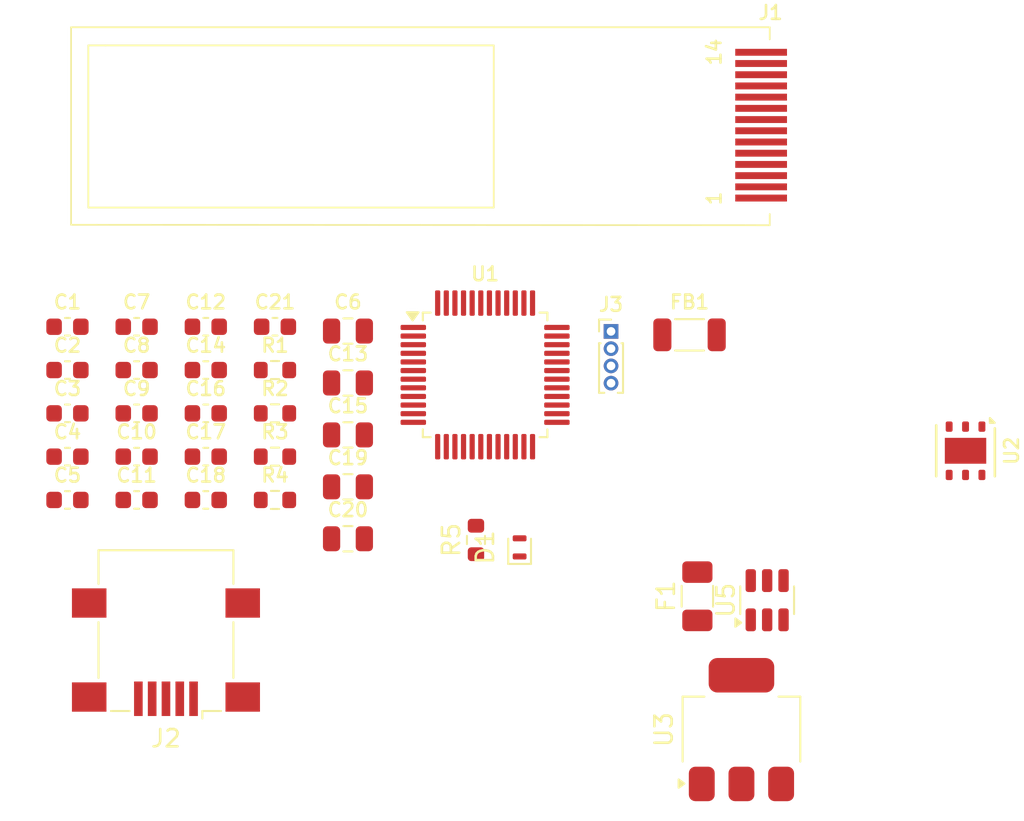
<source format=kicad_pcb>
(kicad_pcb (version 20240108) (generator "pcbnew") (generator_version "8.0")
  (layers (0 "F.Cu" signal) (31 "B.Cu" signal) (34 "B.Paste" user) (35 "F.Paste" user) (36 "B.SilkS" user "B.Silkscreen") (37 "F.SilkS" user "F.Silkscreen") (38 "B.Mask" user) (39 "F.Mask" user) (44 "Edge.Cuts" user))
  (net 0 "")
  (net 1 "+3.3V")
  (net 2 "GND")
  (net 3 "+3.3VA")
  (net 4 "/NRST")
  (net 5 "/OSC_IN")
  (net 6 "/OSC_OUT")
  (net 7 "/VCOMH")
  (net 8 "/C2N")
  (net 9 "/C2P")
  (net 10 "/C1P")
  (net 11 "/C1N")
  (net 12 "/I2C1_SCL")
  (net 13 "/IREF")
  (net 14 "/I2C1_SDA")
  (net 16 "/BOOT0")
  (net 23 "/SWDIO")
  (net 26 "Net-(D1-A2)")
  (net 31 "/USART1_RX")
  (net 35 "VBUS")
  (net 36 "/USART1_TX")
  (net 38 "/SWCLK")
  (net 54 "/USB_DP_IN")
  (net 58 "/USB_DM_IN")
  (net 59 "Net-(J2-D+)")
  (net 60 "/USB_DM")
  (net 61 "/USB_DP")
  (footprint "Package_QFP:LQFP-48_7x7mm_P0.5mm" (layer "F.Cu") (at 82.5 61.5)
    (property "Reference" "U1" (at 0 -5.85 0) (layer "F.SilkS") (effects (font (size 0.8 0.8))))
    (property "Value" "STM32F103C8T6")
    (fp_line (start -3.61 -3.61) (end -3.61 -3.16) (stroke (width 0.12)) (layer "F.SilkS"))
    (fp_line (start -3.61 3.61) (end -3.61 3.16) (stroke (width 0.12)) (layer "F.SilkS"))
    (fp_line (start -3.16 -3.61) (end -3.61 -3.61) (stroke (width 0.12)) (layer "F.SilkS"))
    (fp_line (start -3.16 3.61) (end -3.61 3.61) (stroke (width 0.12)) (layer "F.SilkS"))
    (fp_line (start 3.16 -3.61) (end 3.61 -3.61) (stroke (width 0.12)) (layer "F.SilkS"))
    (fp_line (start 3.16 3.61) (end 3.61 3.61) (stroke (width 0.12)) (layer "F.SilkS"))
    (fp_line (start 3.61 -3.61) (end 3.61 -3.16) (stroke (width 0.12)) (layer "F.SilkS"))
    (fp_line (start 3.61 3.61) (end 3.61 3.16) (stroke (width 0.12)) (layer "F.SilkS"))
    (fp_poly (pts (xy -4.2 -3.16) (xy -4.54 -3.63) (xy -3.86 -3.63) (xy -4.2 -3.16)) (stroke (width 0.12)) (fill solid) (layer "F.SilkS"))
    (pad "1" smd roundrect (at -4.1625 -2.75) (size 1.475 0.3) (layers "F.Cu" "F.Paste" "F.Mask") (net 1 "+3.3V"))
    (pad "2" smd roundrect (at -4.1625 -2.25) (size 1.475 0.3) (layers "F.Cu" "F.Paste" "F.Mask"))
    (pad "3" smd roundrect (at -4.1625 -1.75) (size 1.475 0.3) (layers "F.Cu" "F.Paste" "F.Mask"))
    (pad "4" smd roundrect (at -4.1625 -1.249999) (size 1.475 0.3) (layers "F.Cu" "F.Paste" "F.Mask"))
    (pad "5" smd roundrect (at -4.1625 -0.75) (size 1.475 0.3) (layers "F.Cu" "F.Paste" "F.Mask") (net 5 "/OSC_IN"))
    (pad "6" smd roundrect (at -4.1625 -0.25) (size 1.475 0.3) (layers "F.Cu" "F.Paste" "F.Mask") (net 6 "/OSC_OUT"))
    (pad "7" smd roundrect (at -4.1625 0.25) (size 1.475 0.3) (layers "F.Cu" "F.Paste" "F.Mask") (net 4 "/NRST"))
    (pad "8" smd roundrect (at -4.1625 0.75) (size 1.475 0.3) (layers "F.Cu" "F.Paste" "F.Mask") (net 2 "GND"))
    (pad "9" smd roundrect (at -4.1625 1.249999) (size 1.475 0.3) (layers "F.Cu" "F.Paste" "F.Mask") (net 3 "+3.3VA"))
    (pad "10" smd roundrect (at -4.1625 1.75) (size 1.475 0.3) (layers "F.Cu" "F.Paste" "F.Mask"))
    (pad "11" smd roundrect (at -4.1625 2.25) (size 1.475 0.3) (layers "F.Cu" "F.Paste" "F.Mask"))
    (pad "12" smd roundrect (at -4.1625 2.75) (size 1.475 0.3) (layers "F.Cu" "F.Paste" "F.Mask"))
    (pad "13" smd roundrect (at -2.75 4.1625) (size 0.3 1.475) (layers "F.Cu" "F.Paste" "F.Mask"))
    (pad "14" smd roundrect (at -2.25 4.1625) (size 0.3 1.475) (layers "F.Cu" "F.Paste" "F.Mask"))
    (pad "15" smd roundrect (at -1.75 4.1625) (size 0.3 1.475) (layers "F.Cu" "F.Paste" "F.Mask"))
    (pad "16" smd roundrect (at -1.249999 4.1625) (size 0.3 1.475) (layers "F.Cu" "F.Paste" "F.Mask"))
    (pad "17" smd roundrect (at -0.75 4.1625) (size 0.3 1.475) (layers "F.Cu" "F.Paste" "F.Mask"))
    (pad "18" smd roundrect (at -0.25 4.1625) (size 0.3 1.475) (layers "F.Cu" "F.Paste" "F.Mask"))
    (pad "19" smd roundrect (at 0.25 4.1625) (size 0.3 1.475) (layers "F.Cu" "F.Paste" "F.Mask"))
    (pad "20" smd roundrect (at 0.75 4.1625) (size 0.3 1.475) (layers "F.Cu" "F.Paste" "F.Mask"))
    (pad "21" smd roundrect (at 1.249999 4.1625) (size 0.3 1.475) (layers "F.Cu" "F.Paste" "F.Mask"))
    (pad "22" smd roundrect (at 1.75 4.1625) (size 0.3 1.475) (layers "F.Cu" "F.Paste" "F.Mask"))
    (pad "23" smd roundrect (at 2.25 4.1625) (size 0.3 1.475) (layers "F.Cu" "F.Paste" "F.Mask") (net 2 "GND"))
    (pad "24" smd roundrect (at 2.75 4.1625) (size 0.3 1.475) (layers "F.Cu" "F.Paste" "F.Mask") (net 1 "+3.3V"))
    (pad "25" smd roundrect (at 4.1625 2.75) (size 1.475 0.3) (layers "F.Cu" "F.Paste" "F.Mask"))
    (pad "26" smd roundrect (at 4.1625 2.25) (size 1.475 0.3) (layers "F.Cu" "F.Paste" "F.Mask"))
    (pad "27" smd roundrect (at 4.1625 1.75) (size 1.475 0.3) (layers "F.Cu" "F.Paste" "F.Mask"))
    (pad "28" smd roundrect (at 4.1625 1.249999) (size 1.475 0.3) (layers "F.Cu" "F.Paste" "F.Mask"))
    (pad "29" smd roundrect (at 4.1625 0.75) (size 1.475 0.3) (layers "F.Cu" "F.Paste" "F.Mask"))
    (pad "30" smd roundrect (at 4.1625 0.25) (size 1.475 0.3) (layers "F.Cu" "F.Paste" "F.Mask") (net 36 "/USART1_TX"))
    (pad "31" smd roundrect (at 4.1625 -0.25) (size 1.475 0.3) (layers "F.Cu" "F.Paste" "F.Mask") (net 31 "/USART1_RX"))
    (pad "32" smd roundrect (at 4.1625 -0.75) (size 1.475 0.3) (layers "F.Cu" "F.Paste" "F.Mask") (net 60 "/USB_DM"))
    (pad "33" smd roundrect (at 4.1625 -1.249999) (size 1.475 0.3) (layers "F.Cu" "F.Paste" "F.Mask") (net 61 "/USB_DP"))
    (pad "34" smd roundrect (at 4.1625 -1.75) (size 1.475 0.3) (layers "F.Cu" "F.Paste" "F.Mask"))
    (pad "35" smd roundrect (at 4.1625 -2.25) (size 1.475 0.3) (layers "F.Cu" "F.Paste" "F.Mask") (net 2 "GND"))
    (pad "36" smd roundrect (at 4.1625 -2.75) (size 1.475 0.3) (layers "F.Cu" "F.Paste" "F.Mask") (net 1 "+3.3V"))
    (pad "37" smd roundrect (at 2.75 -4.1625) (size 0.3 1.475) (layers "F.Cu" "F.Paste" "F.Mask") (net 38 "/SWCLK"))
    (pad "38" smd roundrect (at 2.25 -4.1625) (size 0.3 1.475) (layers "F.Cu" "F.Paste" "F.Mask") (net 23 "/SWDIO"))
    (pad "39" smd roundrect (at 1.75 -4.1625) (size 0.3 1.475) (layers "F.Cu" "F.Paste" "F.Mask"))
    (pad "40" smd roundrect (at 1.249999 -4.1625) (size 0.3 1.475) (layers "F.Cu" "F.Paste" "F.Mask"))
    (pad "41" smd roundrect (at 0.75 -4.1625) (size 0.3 1.475) (layers "F.Cu" "F.Paste" "F.Mask"))
    (pad "42" smd roundrect (at 0.25 -4.1625) (size 0.3 1.475) (layers "F.Cu" "F.Paste" "F.Mask") (net 12 "/I2C1_SCL"))
    (pad "43" smd roundrect (at -0.25 -4.1625) (size 0.3 1.475) (layers "F.Cu" "F.Paste" "F.Mask") (net 14 "/I2C1_SDA"))
    (pad "44" smd roundrect (at -0.75 -4.1625) (size 0.3 1.475) (layers "F.Cu" "F.Paste" "F.Mask") (net 16 "/BOOT0"))
    (pad "45" smd roundrect (at -1.249999 -4.1625) (size 0.3 1.475) (layers "F.Cu" "F.Paste" "F.Mask"))
    (pad "46" smd roundrect (at -1.75 -4.1625) (size 0.3 1.475) (layers "F.Cu" "F.Paste" "F.Mask"))
    (pad "47" smd roundrect (at -2.25 -4.1625) (size 0.3 1.475) (layers "F.Cu" "F.Paste" "F.Mask") (net 2 "GND"))
    (pad "48" smd roundrect (at -2.75 -4.1625) (size 0.3 1.475) (layers "F.Cu" "F.Paste" "F.Mask") (net 1 "+3.3V"))
  )
  (footprint "Capacitor_SMD:C_0603_1608Metric" (layer "F.Cu") (at 66.31 61.22)
    (property "Reference" "C14" (at 0 -1.43 0) (layer "F.SilkS") (effects (font (size 0.8 0.8))))
    (property "Value" "100n/16V")
    (fp_line (start -0.14058 -0.51) (end 0.14058 -0.51) (stroke (width 0.12)) (layer "F.SilkS"))
    (fp_line (start -0.14058 0.51) (end 0.14058 0.51) (stroke (width 0.12)) (layer "F.SilkS"))
    (pad "1" smd roundrect (at -0.775 0) (size 0.9 0.95) (layers "F.Cu" "F.Paste" "F.Mask") (net 1 "+3.3V"))
    (pad "2" smd roundrect (at 0.775 0) (size 0.9 0.95) (layers "F.Cu" "F.Paste" "F.Mask") (net 2 "GND"))
  )
  (footprint "Capacitor_SMD:C_0603_1608Metric" (layer "F.Cu") (at 58.29 61.22)
    (property "Reference" "C2" (at 0 -1.43 0) (layer "F.SilkS") (effects (font (size 0.8 0.8))))
    (property "Value" "100n/10V")
    (fp_line (start -0.14058 -0.51) (end 0.14058 -0.51) (stroke (width 0.12)) (layer "F.SilkS"))
    (fp_line (start -0.14058 0.51) (end 0.14058 0.51) (stroke (width 0.12)) (layer "F.SilkS"))
    (pad "1" smd roundrect (at -0.775 0) (size 0.9 0.95) (layers "F.Cu" "F.Paste" "F.Mask") (net 1 "+3.3V"))
    (pad "2" smd roundrect (at 0.775 0) (size 0.9 0.95) (layers "F.Cu" "F.Paste" "F.Mask") (net 2 "GND"))
  )
  (footprint "Capacitor_SMD:C_0603_1608Metric" (layer "F.Cu") (at 66.31 68.75)
    (property "Reference" "C18" (at 0 -1.43 0) (layer "F.SilkS") (effects (font (size 0.8 0.8))))
    (property "Value" "100n/10V")
    (fp_line (start -0.14058 -0.51) (end 0.14058 -0.51) (stroke (width 0.12)) (layer "F.SilkS"))
    (fp_line (start -0.14058 0.51) (end 0.14058 0.51) (stroke (width 0.12)) (layer "F.SilkS"))
    (pad "1" smd roundrect (at -0.775 0) (size 0.9 0.95) (layers "F.Cu" "F.Paste" "F.Mask") (net 1 "+3.3V"))
    (pad "2" smd roundrect (at 0.775 0) (size 0.9 0.95) (layers "F.Cu" "F.Paste" "F.Mask") (net 2 "GND"))
  )
  (footprint "Capacitor_SMD:C_0603_1608Metric" (layer "F.Cu") (at 58.29 66.24)
    (property "Reference" "C4" (at 0 -1.43 0) (layer "F.SilkS") (effects (font (size 0.8 0.8))))
    (property "Value" "100n/10V")
    (fp_line (start -0.14058 -0.51) (end 0.14058 -0.51) (stroke (width 0.12)) (layer "F.SilkS"))
    (fp_line (start -0.14058 0.51) (end 0.14058 0.51) (stroke (width 0.12)) (layer "F.SilkS"))
    (pad "1" smd roundrect (at -0.775 0) (size 0.9 0.95) (layers "F.Cu" "F.Paste" "F.Mask") (net 1 "+3.3V"))
    (pad "2" smd roundrect (at 0.775 0) (size 0.9 0.95) (layers "F.Cu" "F.Paste" "F.Mask") (net 2 "GND"))
  )
  (footprint "Resistor_SMD:R_0603_1608Metric" (layer "F.Cu") (at 70.32 61.22)
    (property "Reference" "R1" (at 0 -1.43 0) (layer "F.SilkS") (effects (font (size 0.8 0.8))))
    (property "Value" "10k")
    (fp_line (start -0.237258 -0.5225) (end 0.237258 -0.5225) (stroke (width 0.12)) (layer "F.SilkS"))
    (fp_line (start -0.237258 0.5225) (end 0.237258 0.5225) (stroke (width 0.12)) (layer "F.SilkS"))
    (pad "1" smd roundrect (at -0.825 0) (size 0.8 0.95) (layers "F.Cu" "F.Paste" "F.Mask") (net 2 "GND"))
    (pad "2" smd roundrect (at 0.825 0) (size 0.8 0.95) (layers "F.Cu" "F.Paste" "F.Mask") (net 16 "/BOOT0"))
  )
  (footprint "Resistor_SMD:R_0603_1608Metric" (layer "F.Cu") (at 70.32 68.75)
    (property "Reference" "R4" (at 0 -1.43 0) (layer "F.SilkS") (effects (font (size 0.8 0.8))))
    (property "Value" "910k")
    (fp_line (start -0.237258 -0.5225) (end 0.237258 -0.5225) (stroke (width 0.12)) (layer "F.SilkS"))
    (fp_line (start -0.237258 0.5225) (end 0.237258 0.5225) (stroke (width 0.12)) (layer "F.SilkS"))
    (pad "1" smd roundrect (at -0.825 0) (size 0.8 0.95) (layers "F.Cu" "F.Paste" "F.Mask") (net 13 "/IREF"))
    (pad "2" smd roundrect (at 0.825 0) (size 0.8 0.95) (layers "F.Cu" "F.Paste" "F.Mask") (net 2 "GND"))
  )
  (footprint "Capacitor_SMD:C_0805_2012Metric" (layer "F.Cu") (at 74.55 61.97)
    (property "Reference" "C13" (at 0 -1.68 0) (layer "F.SilkS") (effects (font (size 0.8 0.8))))
    (property "Value" "4u7/16V")
    (fp_line (start -0.261252 -0.735) (end 0.261252 -0.735) (stroke (width 0.12)) (layer "F.SilkS"))
    (fp_line (start -0.261252 0.735) (end 0.261252 0.735) (stroke (width 0.12)) (layer "F.SilkS"))
    (pad "1" smd roundrect (at -0.95 0) (size 1 1.45) (layers "F.Cu" "F.Paste" "F.Mask") (net 1 "+3.3V"))
    (pad "2" smd roundrect (at 0.95 0) (size 1 1.45) (layers "F.Cu" "F.Paste" "F.Mask") (net 2 "GND"))
  )
  (footprint "Inductor_SMD:L_1206_3216Metric" (layer "F.Cu") (at 94.35 59.18)
    (property "Reference" "FB1" (at 0 -1.9 0) (layer "F.SilkS") (effects (font (size 0.8 0.8))))
    (property "Value" "GZ1608D601TF")
    (fp_line (start -0.835242 -0.91) (end 0.835242 -0.91) (stroke (width 0.12)) (layer "F.SilkS"))
    (fp_line (start -0.835242 0.91) (end 0.835242 0.91) (stroke (width 0.12)) (layer "F.SilkS"))
    (pad "1" smd roundrect (at -1.575 0) (size 1.05 1.9) (layers "F.Cu" "F.Paste" "F.Mask") (roundrect_rratio 0.238095) (net 3 "+3.3VA"))
    (pad "2" smd roundrect (at 1.575 0) (size 1.05 1.9) (layers "F.Cu" "F.Paste" "F.Mask") (roundrect_rratio 0.238095) (net 1 "+3.3V"))
  )
  (footprint "Capacitor_SMD:C_0603_1608Metric" (layer "F.Cu") (at 58.29 63.73)
    (property "Reference" "C3" (at 0 -1.43 0) (layer "F.SilkS") (effects (font (size 0.8 0.8))))
    (property "Value" "100n/10V")
    (fp_line (start -0.14058 -0.51) (end 0.14058 -0.51) (stroke (width 0.12)) (layer "F.SilkS"))
    (fp_line (start -0.14058 0.51) (end 0.14058 0.51) (stroke (width 0.12)) (layer "F.SilkS"))
    (pad "1" smd roundrect (at -0.775 0) (size 0.9 0.95) (layers "F.Cu" "F.Paste" "F.Mask") (net 1 "+3.3V"))
    (pad "2" smd roundrect (at 0.775 0) (size 0.9 0.95) (layers "F.Cu" "F.Paste" "F.Mask") (net 2 "GND"))
  )
  (footprint "Capacitor_SMD:C_0603_1608Metric" (layer "F.Cu") (at 62.3 61.22)
    (property "Reference" "C8" (at 0 -1.43 0) (layer "F.SilkS") (effects (font (size 0.8 0.8))))
    (property "Value" "1u/10V")
    (fp_line (start -0.14058 -0.51) (end 0.14058 -0.51) (stroke (width 0.12)) (layer "F.SilkS"))
    (fp_line (start -0.14058 0.51) (end 0.14058 0.51) (stroke (width 0.12)) (layer "F.SilkS"))
    (pad "1" smd roundrect (at -0.775 0) (size 0.9 0.95) (layers "F.Cu" "F.Paste" "F.Mask") (net 3 "+3.3VA"))
    (pad "2" smd roundrect (at 0.775 0) (size 0.9 0.95) (layers "F.Cu" "F.Paste" "F.Mask") (net 2 "GND"))
  )
  (footprint "Package_TO_SOT_SMD:SOT-223-3_TabPin2" (layer "F.Cu") (at 97.36 82.0625 90)
    (property "Reference" "U3" (at 0 -4.500001 270) (layer "F.SilkS"))
    (property "Value" "AMS1117-3.3")
    (fp_line (start -1.85 -3.410001) (end 1.91 -3.41) (stroke (width 0.12)) (layer "F.SilkS"))
    (fp_line (start 1.91 -3.41) (end 1.91 -2.150001) (stroke (width 0.12)) (layer "F.SilkS"))
    (fp_line (start 1.91 3.41) (end 1.91 2.150001) (stroke (width 0.12)) (layer "F.SilkS"))
    (fp_line (start -1.85 3.410001) (end 1.91 3.41) (stroke (width 0.12)) (layer "F.SilkS"))
    (fp_poly (pts (xy -3.13 -3.31) (xy -3.37 -3.64) (xy -2.89 -3.64) (xy -3.13 -3.31)) (stroke (width 0.12)) (fill solid) (layer "F.SilkS"))
    (pad "1" smd roundrect (at -3.15 -2.3 90) (size 2 1.5) (layers "F.Cu" "F.Paste" "F.Mask") (net 2 "GND"))
    (pad "2" smd roundrect (at -3.149999 0 90) (size 2 1.5) (layers "F.Cu" "F.Paste" "F.Mask") (net 1 "+3.3V"))
    (pad "2" smd roundrect (at 3.149999 0 90) (size 2 3.8) (layers "F.Cu" "F.Paste" "F.Mask") (net 1 "+3.3V"))
    (pad "3" smd roundrect (at -3.15 2.3 90) (size 2 1.5) (layers "F.Cu" "F.Paste" "F.Mask") (net 35 "VBUS"))
  )
  (footprint "Capacitor_SMD:C_0603_1608Metric" (layer "F.Cu") (at 62.3 66.24)
    (property "Reference" "C10" (at 0 -1.43 0) (layer "F.SilkS") (effects (font (size 0.8 0.8))))
    (property "Value" "100n/10V")
    (fp_line (start -0.14058 -0.51) (end 0.14058 -0.51) (stroke (width 0.12)) (layer "F.SilkS"))
    (fp_line (start -0.14058 0.51) (end 0.14058 0.51) (stroke (width 0.12)) (layer "F.SilkS"))
    (pad "1" smd roundrect (at -0.775 0) (size 0.9 0.95) (layers "F.Cu" "F.Paste" "F.Mask") (net 2 "GND"))
    (pad "2" smd roundrect (at 0.775 0) (size 0.9 0.95) (layers "F.Cu" "F.Paste" "F.Mask") (net 4 "/NRST"))
  )
  (footprint "Capacitor_SMD:C_0603_1608Metric" (layer "F.Cu") (at 66.31 63.73)
    (property "Reference" "C16" (at 0 -1.43 0) (layer "F.SilkS") (effects (font (size 0.8 0.8))))
    (property "Value" "1u/16V")
    (fp_line (start -0.14058 -0.51) (end 0.14058 -0.51) (stroke (width 0.12)) (layer "F.SilkS"))
    (fp_line (start -0.14058 0.51) (end 0.14058 0.51) (stroke (width 0.12)) (layer "F.SilkS"))
    (pad "1" smd roundrect (at -0.775 0) (size 0.9 0.95) (layers "F.Cu" "F.Paste" "F.Mask") (net 9 "/C2P"))
    (pad "2" smd roundrect (at 0.775 0) (size 0.9 0.95) (layers "F.Cu" "F.Paste" "F.Mask") (net 8 "/C2N"))
  )
  (footprint "Capacitor_SMD:C_0805_2012Metric" (layer "F.Cu") (at 74.55 64.98)
    (property "Reference" "C15" (at 0 -1.68 0) (layer "F.SilkS") (effects (font (size 0.8 0.8))))
    (property "Value" "2u2/16V")
    (fp_line (start -0.261252 -0.735) (end 0.261252 -0.735) (stroke (width 0.12)) (layer "F.SilkS"))
    (fp_line (start -0.261252 0.735) (end 0.261252 0.735) (stroke (width 0.12)) (layer "F.SilkS"))
    (pad "1" smd roundrect (at -0.95 0) (size 1 1.45) (layers "F.Cu" "F.Paste" "F.Mask") (net 7 "/VCOMH"))
    (pad "2" smd roundrect (at 0.95 0) (size 1 1.45) (layers "F.Cu" "F.Paste" "F.Mask") (net 2 "GND"))
  )
  (footprint "Capacitor_SMD:C_0603_1608Metric" (layer "F.Cu") (at 66.31 66.24)
    (property "Reference" "C17" (at 0 -1.43 0) (layer "F.SilkS") (effects (font (size 0.8 0.8))))
    (property "Value" "1u/16V")
    (fp_line (start -0.14058 -0.51) (end 0.14058 -0.51) (stroke (width 0.12)) (layer "F.SilkS"))
    (fp_line (start -0.14058 0.51) (end 0.14058 0.51) (stroke (width 0.12)) (layer "F.SilkS"))
    (pad "1" smd roundrect (at -0.775 0) (size 0.9 0.95) (layers "F.Cu" "F.Paste" "F.Mask") (net 10 "/C1P"))
    (pad "2" smd roundrect (at 0.775 0) (size 0.9 0.95) (layers "F.Cu" "F.Paste" "F.Mask") (net 11 "/C1N"))
  )
  (footprint "Capacitor_SMD:C_0603_1608Metric" (layer "F.Cu") (at 62.3 58.71)
    (property "Reference" "C7" (at 0 -1.43 0) (layer "F.SilkS") (effects (font (size 0.8 0.8))))
    (property "Value" "100n/10V")
    (fp_line (start -0.14058 -0.51) (end 0.14058 -0.51) (stroke (width 0.12)) (layer "F.SilkS"))
    (fp_line (start -0.14058 0.51) (end 0.14058 0.51) (stroke (width 0.12)) (layer "F.SilkS"))
    (pad "1" smd roundrect (at -0.775 0) (size 0.9 0.95) (layers "F.Cu" "F.Paste" "F.Mask") (net 3 "+3.3VA"))
    (pad "2" smd roundrect (at 0.775 0) (size 0.9 0.95) (layers "F.Cu" "F.Paste" "F.Mask") (net 2 "GND"))
  )
  (footprint "Connector_USB:USB_Mini-B_Lumberg_2486_01_Horizontal" (layer "F.Cu") (at 64 77.575001 180)
    (property "Reference" "J2" (at 0 -5 180) (layer "F.SilkS"))
    (property "Value" "USB_B_Micro")
    (fp_line (start 3.91 5.910001) (end 3.91 3.96) (stroke (width 0.12)) (layer "F.SilkS"))
    (fp_line (start 3.91 5.910001) (end -3.91 5.910001) (stroke (width 0.12)) (layer "F.SilkS"))
    (fp_line (start 3.91 1.74) (end 3.91 -1.490001) (stroke (width 0.12)) (layer "F.SilkS"))
    (fp_line (start 2.11 -3.41) (end 3.190001 -3.41) (stroke (width 0.12)) (layer "F.SilkS"))
    (fp_line (start -2.11 -3.41) (end -2.11 -3.84) (stroke (width 0.12)) (layer "F.SilkS"))
    (fp_line (start -3.190001 -3.41) (end -2.11 -3.41) (stroke (width 0.12)) (layer "F.SilkS"))
    (fp_line (start -3.91 5.910001) (end -3.91 3.96) (stroke (width 0.12)) (layer "F.SilkS"))
    (fp_line (start -3.91 1.74) (end -3.91 -1.490001) (stroke (width 0.12)) (layer "F.SilkS"))
    (pad "" np_thru_hole circle (at -2.2 0 180) (size 1 1) (drill 1) (layers "*.Cu" "*.Mask"))
    (pad "" np_thru_hole circle (at 2.2 0 180) (size 1 1) (drill 1) (layers "*.Cu" "*.Mask"))
    (pad "1" smd rect (at -1.6 -2.7 180) (size 0.5 2) (layers "F.Cu" "F.Paste" "F.Mask") (net 26 "Net-(D1-A2)"))
    (pad "2" smd rect (at -0.8 -2.7 180) (size 0.5 2) (layers "F.Cu" "F.Paste" "F.Mask") (net 58 "/USB_DM_IN"))
    (pad "3" smd rect (at 0 -2.7 180) (size 0.5 2) (layers "F.Cu" "F.Paste" "F.Mask") (net 59 "Net-(J2-D+)"))
    (pad "4" smd rect (at 0.8 -2.7 180) (size 0.5 2) (layers "F.Cu" "F.Paste" "F.Mask") (net 54 "/USB_DP_IN"))
    (pad "5" smd rect (at 1.6 -2.7 180) (size 0.5 2) (layers "F.Cu" "F.Paste" "F.Mask") (net 2 "GND"))
    (pad "6" smd rect (at -4.45 -2.6 180) (size 2 1.7) (layers "F.Cu" "F.Paste" "F.Mask"))
    (pad "6" smd rect (at -4.45 2.85 180) (size 2 1.7) (layers "F.Cu" "F.Paste" "F.Mask"))
    (pad "6" smd rect (at 4.45 -2.6 180) (size 2 1.7) (layers "F.Cu" "F.Paste" "F.Mask"))
    (pad "6" smd rect (at 4.45 2.85 180) (size 2 1.7) (layers "F.Cu" "F.Paste" "F.Mask"))
  )
  (footprint "Capacitor_SMD:C_0805_2012Metric" (layer "F.Cu") (at 74.55 58.96)
    (property "Reference" "C6" (at 0 -1.68 0) (layer "F.SilkS") (effects (font (size 0.8 0.8))))
    (property "Value" "10u/10V")
    (fp_line (start -0.261252 -0.735) (end 0.261252 -0.735) (stroke (width 0.12)) (layer "F.SilkS"))
    (fp_line (start -0.261252 0.735) (end 0.261252 0.735) (stroke (width 0.12)) (layer "F.SilkS"))
    (pad "1" smd roundrect (at -0.95 0) (size 1 1.45) (layers "F.Cu" "F.Paste" "F.Mask") (net 1 "+3.3V"))
    (pad "2" smd roundrect (at 0.95 0) (size 1 1.45) (layers "F.Cu" "F.Paste" "F.Mask") (net 2 "GND"))
  )
  (footprint "Resistor_SMD:R_0603_1608Metric" (layer "F.Cu") (at 70.32 66.24)
    (property "Reference" "R3" (at 0 -1.43 0) (layer "F.SilkS") (effects (font (size 0.8 0.8))))
    (property "Value" "4k7")
    (fp_line (start -0.237258 -0.5225) (end 0.237258 -0.5225) (stroke (width 0.12)) (layer "F.SilkS"))
    (fp_line (start -0.237258 0.5225) (end 0.237258 0.5225) (stroke (width 0.12)) (layer "F.SilkS"))
    (pad "1" smd roundrect (at -0.825 0) (size 0.8 0.95) (layers "F.Cu" "F.Paste" "F.Mask") (net 1 "+3.3V"))
    (pad "2" smd roundrect (at 0.825 0) (size 0.8 0.95) (layers "F.Cu" "F.Paste" "F.Mask") (net 12 "/I2C1_SCL"))
  )
  (footprint "Diode_SMD:ST_QFN-2L_1.6x1.0mm" (layer "F.Cu") (at 84.5 71.5 90)
    (property "Reference" "D1" (at 0 -2.000001 270) (layer "F.SilkS"))
    (property "Value" "ESDA7P60-1U1M")
    (fp_line (start 0.5 -0.66) (end -0.96 -0.66) (stroke (width 0.12)) (layer "F.SilkS"))
    (fp_line (start -0.96 -0.66) (end -0.96 0.66) (stroke (width 0.12)) (layer "F.SilkS"))
    (fp_line (start -0.96 0.66) (end 0.5 0.66) (stroke (width 0.12)) (layer "F.SilkS"))
    (pad "1" smd roundrect (at -0.525 0 90) (size 0.35 0.8) (layers "F.Cu" "F.Paste" "F.Mask") (net 2 "GND"))
    (pad "2" smd roundrect (at 0.525 0 90) (size 0.35 0.8) (layers "F.Cu" "F.Paste" "F.Mask") (net 26 "Net-(D1-A2)"))
  )
  (footprint "Capacitor_SMD:C_0805_2012Metric" (layer "F.Cu") (at 74.55 67.99)
    (property "Reference" "C19" (at 0 -1.68 0) (layer "F.SilkS") (effects (font (size 0.8 0.8))))
    (property "Value" "4u7/10V")
    (fp_line (start -0.261252 -0.735) (end 0.261252 -0.735) (stroke (width 0.12)) (layer "F.SilkS"))
    (fp_line (start -0.261252 0.735) (end 0.261252 0.735) (stroke (width 0.12)) (layer "F.SilkS"))
    (pad "1" smd roundrect (at -0.95 0) (size 1 1.45) (layers "F.Cu" "F.Paste" "F.Mask") (net 1 "+3.3V"))
    (pad "2" smd roundrect (at 0.95 0) (size 1 1.45) (layers "F.Cu" "F.Paste" "F.Mask") (net 2 "GND"))
  )
  (footprint "Fuse:Fuse_1206_3216Metric" (layer "F.Cu") (at 94.805 74.3325 90)
    (property "Reference" "F1" (at 0 -1.82 270) (layer "F.SilkS"))
    (property "Value" "JFC1206-1100FS")
    (fp_line (start -0.602064 -0.91) (end 0.602064 -0.91) (stroke (width 0.12)) (layer "F.SilkS"))
    (fp_line (start -0.602064 0.91) (end 0.602064 0.91) (stroke (width 0.12)) (layer "F.SilkS"))
    (pad "1" smd roundrect (at -1.399999 0 90) (size 1.25 1.75) (layers "F.Cu" "F.Paste" "F.Mask") (roundrect_rratio 0.2) (net 35 "VBUS"))
    (pad "2" smd roundrect (at 1.399999 0 90) (size 1.25 1.75) (layers "F.Cu" "F.Paste" "F.Mask") (roundrect_rratio 0.2) (net 26 "Net-(D1-A2)"))
  )
  (footprint "Capacitor_SMD:C_0805_2012Metric" (layer "F.Cu") (at 74.55 71)
    (property "Reference" "C20" (at 0 -1.68 0) (layer "F.SilkS") (effects (font (size 0.8 0.8))))
    (property "Value" "4u7/10V")
    (fp_line (start -0.261252 -0.735) (end 0.261252 -0.735) (stroke (width 0.12)) (layer "F.SilkS"))
    (fp_line (start -0.261252 0.735) (end 0.261252 0.735) (stroke (width 0.12)) (layer "F.SilkS"))
    (pad "1" smd roundrect (at -0.95 0) (size 1 1.45) (layers "F.Cu" "F.Paste" "F.Mask") (net 1 "+3.3V"))
    (pad "2" smd roundrect (at 0.95 0) (size 1 1.45) (layers "F.Cu" "F.Paste" "F.Mask") (net 2 "GND"))
  )
  (footprint "Resistor_SMD:R_0603_1608Metric" (layer "F.Cu") (at 70.32 63.73)
    (property "Reference" "R2" (at 0 -1.43 0) (layer "F.SilkS") (effects (font (size 0.8 0.8))))
    (property "Value" "4k7")
    (fp_line (start -0.237258 -0.5225) (end 0.237258 -0.5225) (stroke (width 0.12)) (layer "F.SilkS"))
    (fp_line (start -0.237258 0.5225) (end 0.237258 0.5225) (stroke (width 0.12)) (layer "F.SilkS"))
    (pad "1" smd roundrect (at -0.825 0) (size 0.8 0.95) (layers "F.Cu" "F.Paste" "F.Mask") (net 1 "+3.3V"))
    (pad "2" smd roundrect (at 0.825 0) (size 0.8 0.95) (layers "F.Cu" "F.Paste" "F.Mask") (net 14 "/I2C1_SDA"))
  )
  (footprint "Private_Connector_Display:OLED_SMD_128x32" (layer "F.Cu") (at 98.5 42.8)
    (property "Reference" "J1" (at 0.55 -2.3 0) (layer "F.SilkS") (effects (font (size 0.8 0.8))))
    (property "Value" "N091-2832TSWFG02-H14")
    (fp_line (start -40 -1.45) (end -40 10) (stroke (width 0.1)) (layer "F.SilkS"))
    (fp_line (start -39 -0.4) (end -39 9) (stroke (width 0.1)) (layer "F.SilkS"))
    (fp_line (start -39 9) (end -15.5 9) (stroke (width 0.1)) (layer "F.SilkS"))
    (fp_line (start -38 -0.4) (end -39 -0.4) (stroke (width 0.1)) (layer "F.SilkS"))
    (fp_line (start -15.5 -0.4) (end -38 -0.4) (stroke (width 0.1)) (layer "F.SilkS"))
    (fp_line (start -15.5 9) (end -15.5 -0.4) (stroke (width 0.1)) (layer "F.SilkS"))
    (fp_line (start 0.5 -1.45) (end -40 -1.45) (stroke (width 0.1)) (layer "F.SilkS"))
    (fp_line (start 0.5 -0.75) (end 0.5 -1.45) (stroke (width 0.1)) (layer "F.SilkS"))
    (fp_line (start 0.5 10.025) (end -40 10) (stroke (width 0.1)) (layer "F.SilkS"))
    (fp_line (start 0.5 10.025) (end 0.5 9.375) (stroke (width 0.1)) (layer "F.SilkS"))
    (fp_text user "1" (at -2.25 8.95 90) (layer "F.SilkS") (effects (font (size 0.8 0.8) (thickness 0.15) (bold yes)) (justify left bottom)))
    (fp_text user "14" (at -2.25 0.85 90) (layer "F.SilkS") (effects (font (size 0.8 0.8) (thickness 0.15) (bold yes)) (justify left bottom)))
    (pad "1" smd rect (at 0 8.45) (size 3 0.4) (layers "F.Cu" "F.Paste" "F.Mask") (net 9 "/C2P"))
    (pad "2" smd rect (at 0 7.8) (size 3 0.4) (layers "F.Cu" "F.Paste" "F.Mask") (net 8 "/C2N"))
    (pad "3" smd rect (at 0 7.15) (size 3 0.4) (layers "F.Cu" "F.Paste" "F.Mask") (net 10 "/C1P"))
    (pad "4" smd rect (at 0 6.5) (size 3 0.4) (layers "F.Cu" "F.Paste" "F.Mask") (net 11 "/C1N"))
    (pad "5" smd rect (at 0 5.85) (size 3 0.4) (layers "F.Cu" "F.Paste" "F.Mask") (net 1 "+3.3V"))
    (pad "6" smd rect (at 0 5.2) (size 3 0.4) (layers "F.Cu" "F.Paste" "F.Mask"))
    (pad "7" smd rect (at 0 4.55) (size 3 0.4) (layers "F.Cu" "F.Paste" "F.Mask") (net 2 "GND"))
    (pad "8" smd rect (at 0 3.9) (size 3 0.4) (layers "F.Cu" "F.Paste" "F.Mask") (net 1 "+3.3V"))
    (pad "9" smd rect (at 0 3.25) (size 3 0.4) (layers "F.Cu" "F.Paste" "F.Mask") (net 1 "+3.3V"))
    (pad "10" smd rect (at 0 2.6) (size 3 0.4) (layers "F.Cu" "F.Paste" "F.Mask") (net 12 "/I2C1_SCL"))
    (pad "11" smd rect (at 0 1.95) (size 3 0.4) (layers "F.Cu" "F.Paste" "F.Mask") (net 14 "/I2C1_SDA"))
    (pad "12" smd rect (at 0 1.3) (size 3 0.4) (layers "F.Cu" "F.Paste" "F.Mask") (net 13 "/IREF"))
    (pad "13" smd rect (at 0 0.65) (size 3 0.4) (layers "F.Cu" "F.Paste" "F.Mask") (net 7 "/VCOMH"))
    (pad "14" smd rect (at 0 0) (size 3 0.4) (layers "F.Cu" "F.Paste" "F.Mask") (net 1 "+3.3V"))
  )
  (footprint "Capacitor_SMD:C_0603_1608Metric" (layer "F.Cu") (at 62.3 68.75)
    (property "Reference" "C11" (at 0 -1.43 0) (layer "F.SilkS") (effects (font (size 0.8 0.8))))
    (property "Value" "10p/10V")
    (fp_line (start -0.14058 -0.51) (end 0.14058 -0.51) (stroke (width 0.12)) (layer "F.SilkS"))
    (fp_line (start -0.14058 0.51) (end 0.14058 0.51) (stroke (width 0.12)) (layer "F.SilkS"))
    (pad "1" smd roundrect (at -0.775 0) (size 0.9 0.95) (layers "F.Cu" "F.Paste" "F.Mask") (net 2 "GND"))
    (pad "2" smd roundrect (at 0.775 0) (size 0.9 0.95) (layers "F.Cu" "F.Paste" "F.Mask") (net 5 "/OSC_IN"))
  )
  (footprint "Capacitor_SMD:C_0603_1608Metric" (layer "F.Cu") (at 58.29 58.71)
    (property "Reference" "C1" (at 0 -1.43 0) (layer "F.SilkS") (effects (font (size 0.8 0.8))))
    (property "Value" "100n/10V")
    (fp_line (start -0.14058 -0.51) (end 0.14058 -0.51) (stroke (width 0.12)) (layer "F.SilkS"))
    (fp_line (start -0.14058 0.51) (end 0.14058 0.51) (stroke (width 0.12)) (layer "F.SilkS"))
    (pad "1" smd roundrect (at -0.775 0) (size 0.9 0.95) (layers "F.Cu" "F.Paste" "F.Mask") (net 1 "+3.3V"))
    (pad "2" smd roundrect (at 0.775 0) (size 0.9 0.95) (layers "F.Cu" "F.Paste" "F.Mask") (net 2 "GND"))
  )
  (footprint "Connector_PinHeader_1.00mm:PinHeader_1x04_P1.00mm_Vertical" (layer "F.Cu") (at 89.8 58.98)
    (property "Reference" "J3" (at 0 -1.56 0) (layer "F.SilkS") (effects (font (size 0.8 0.8))))
    (property "Value" "Conn_01x04_Pin")
    (fp_line (start -0.695 -0.685) (end 0 -0.685) (stroke (width 0.12)) (layer "F.SilkS"))
    (fp_line (start -0.695 0) (end -0.695 -0.685) (stroke (width 0.12)) (layer "F.SilkS"))
    (fp_line (start -0.695 0.685) (end -0.695 3.56) (stroke (width 0.12)) (layer "F.SilkS"))
    (fp_line (start -0.695 0.685) (end -0.608276 0.685) (stroke (width 0.12)) (layer "F.SilkS"))
    (fp_line (start -0.695 3.56) (end -0.394493 3.56) (stroke (width 0.12)) (layer "F.SilkS"))
    (fp_line (start 0.394493 3.56) (end 0.695 3.56) (stroke (width 0.12)) (layer "F.SilkS"))
    (fp_line (start 0.608276 0.685) (end 0.695 0.685) (stroke (width 0.12)) (layer "F.SilkS"))
    (fp_line (start 0.695 0.685) (end 0.695 3.56) (stroke (width 0.12)) (layer "F.SilkS"))
    (pad "1" thru_hole rect (at 0 0) (size 0.85 0.85) (drill 0.5) (layers "*.Cu" "*.Mask") (net 14 "/I2C1_SDA"))
    (pad "2" thru_hole oval (at 0 1) (size 0.85 0.85) (drill 0.5) (layers "*.Cu" "*.Mask") (net 12 "/I2C1_SCL"))
    (pad "3" thru_hole oval (at 0 2) (size 0.85 0.85) (drill 0.5) (layers "*.Cu" "*.Mask") (net 1 "+3.3V"))
    (pad "4" thru_hole oval (at 0 3) (size 0.85 0.85) (drill 0.5) (layers "*.Cu" "*.Mask") (net 2 "GND"))
  )
  (footprint "Capacitor_SMD:C_0603_1608Metric" (layer "F.Cu") (at 66.31 58.71)
    (property "Reference" "C12" (at 0 -1.43 0) (layer "F.SilkS") (effects (font (size 0.8 0.8))))
    (property "Value" "10p/10V")
    (fp_line (start -0.14058 -0.51) (end 0.14058 -0.51) (stroke (width 0.12)) (layer "F.SilkS"))
    (fp_line (start -0.14058 0.51) (end 0.14058 0.51) (stroke (width 0.12)) (layer "F.SilkS"))
    (pad "1" smd roundrect (at -0.775 0) (size 0.9 0.95) (layers "F.Cu" "F.Paste" "F.Mask") (net 2 "GND"))
    (pad "2" smd roundrect (at 0.775 0) (size 0.9 0.95) (layers "F.Cu" "F.Paste" "F.Mask") (net 6 "/OSC_OUT"))
  )
  (footprint "Package_TO_SOT_SMD:SOT-23-6" (layer "F.Cu") (at 98.850001 74.5625 90)
    (property "Reference" "U5" (at 0 -2.4 270) (layer "F.SilkS"))
    (property "Value" "SRV05-4")
    (fp_line (start 0 -1.560001) (end 0.8 -1.56) (stroke (width 0.12)) (layer "F.SilkS"))
    (fp_line (start 0 -1.560001) (end -0.8 -1.56) (stroke (width 0.12)) (layer "F.SilkS"))
    (fp_line (start 0 1.560001) (end 0.8 1.56) (stroke (width 0.12)) (layer "F.SilkS"))
    (fp_line (start 0 1.560001) (end -0.8 1.56) (stroke (width 0.12)) (layer "F.SilkS"))
    (fp_poly (pts (xy -1.3 -1.51) (xy -1.54 -1.84) (xy -1.06 -1.84) (xy -1.3 -1.51)) (stroke (width 0.12)) (fill solid) (layer "F.SilkS"))
    (pad "1" smd roundrect (at -1.1375 -0.949999 90) (size 1.325 0.6) (layers "F.Cu" "F.Paste" "F.Mask") (net 60 "/USB_DM"))
    (pad "2" smd roundrect (at -1.1375 0 90) (size 1.325 0.6) (layers "F.Cu" "F.Paste" "F.Mask") (net 2 "GND"))
    (pad "3" smd roundrect (at -1.1375 0.949999 90) (size 1.325 0.6) (layers "F.Cu" "F.Paste" "F.Mask") (net 61 "/USB_DP"))
    (pad "4" smd roundrect (at 1.1375 0.949999 90) (size 1.325 0.6) (layers "F.Cu" "F.Paste" "F.Mask") (net 58 "/USB_DM_IN"))
    (pad "5" smd roundrect (at 1.1375 0 90) (size 1.325 0.6) (layers "F.Cu" "F.Paste" "F.Mask") (net 26 "Net-(D1-A2)"))
    (pad "6" smd roundrect (at 1.1375 -0.949999 90) (size 1.325 0.6) (layers "F.Cu" "F.Paste" "F.Mask") (net 54 "/USB_DP_IN"))
  )
  (footprint "Capacitor_SMD:C_0603_1608Metric" (layer "F.Cu") (at 58.29 68.75)
    (property "Reference" "C5" (at 0 -1.43 0) (layer "F.SilkS") (effects (font (size 0.8 0.8))))
    (property "Value" "100n/10V")
    (fp_line (start -0.14058 -0.51) (end 0.14058 -0.51) (stroke (width 0.12)) (layer "F.SilkS"))
    (fp_line (start -0.14058 0.51) (end 0.14058 0.51) (stroke (width 0.12)) (layer "F.SilkS"))
    (pad "1" smd roundrect (at -0.775 0) (size 0.9 0.95) (layers "F.Cu" "F.Paste" "F.Mask") (net 1 "+3.3V"))
    (pad "2" smd roundrect (at 0.775 0) (size 0.9 0.95) (layers "F.Cu" "F.Paste" "F.Mask") (net 2 "GND"))
  )
  (footprint "Capacitor_SMD:C_0603_1608Metric" (layer "F.Cu") (at 70.32 58.71)
    (property "Reference" "C21" (at 0 -1.43 0) (layer "F.SilkS") (effects (font (size 0.8 0.8))))
    (property "Value" "100n/10V")
    (fp_line (start -0.14058 -0.51) (end 0.14058 -0.51) (stroke (width 0.12)) (layer "F.SilkS"))
    (fp_line (start -0.14058 0.51) (end 0.14058 0.51) (stroke (width 0.12)) (layer "F.SilkS"))
    (pad "1" smd roundrect (at -0.775 0) (size 0.9 0.95) (layers "F.Cu" "F.Paste" "F.Mask") (net 2 "GND"))
    (pad "2" smd roundrect (at 0.775 0) (size 0.9 0.95) (layers "F.Cu" "F.Paste" "F.Mask") (net 1 "+3.3V"))
  )
  (footprint "Package_SON:Texas_PWSON-N6" (layer "F.Cu") (at 110.35 65.9 -90)
    (property "Reference" "U2" (at 0 -2.67 90) (layer "F.SilkS") (effects (font (size 0.8 0.8))))
    (property "Value" "HDC1080DMBR")
    (fp_line (start 1.475 1.7) (end -1.475 1.7) (stroke (width 0.15)) (layer "F.SilkS"))
    (fp_line (start 1.475 -1.7) (end -1.3 -1.7) (stroke (width 0.15)) (layer "F.SilkS"))
    (fp_poly (pts (xy -1.62 -1.410001) (xy -1.899999 -1.41) (xy -1.62 -1.689999) (xy -1.62 -1.410001)) (stroke (width 0.12)) (fill solid) (layer "F.SilkS"))
    (pad "1" smd roundrect (at -1.4 -0.95 270) (size 0.6 0.4) (layers "F.Cu" "F.Paste" "F.Mask") (net 14 "/I2C1_SDA"))
    (pad "2" smd roundrect (at -1.399999 0 270) (size 0.6 0.4) (layers "F.Cu" "F.Paste" "F.Mask") (net 2 "GND"))
    (pad "3" smd roundrect (at -1.4 0.95 270) (size 0.6 0.4) (layers "F.Cu" "F.Paste" "F.Mask"))
    (pad "4" smd roundrect (at 1.4 0.95 270) (size 0.6 0.4) (layers "F.Cu" "F.Paste" "F.Mask"))
    (pad "5" smd roundrect (at 1.399999 0 270) (size 0.6 0.4) (layers "F.Cu" "F.Paste" "F.Mask") (net 1 "+3.3V"))
    (pad "6" smd roundrect (at 1.4 -0.95 270) (size 0.6 0.4) (layers "F.Cu" "F.Paste" "F.Mask") (net 12 "/I2C1_SCL"))
    (pad "7" smd rect (at 0 0 270) (size 1.5 2.4) (layers "F.Cu" "F.Mask"))
  )
  (footprint "Capacitor_SMD:C_0603_1608Metric" (layer "F.Cu") (at 62.3 63.73)
    (property "Reference" "C9" (at 0 -1.43 0) (layer "F.SilkS") (effects (font (size 0.8 0.8))))
    (property "Value" "1u/10V")
    (fp_line (start -0.14058 -0.51) (end 0.14058 -0.51) (stroke (width 0.12)) (layer "F.SilkS"))
    (fp_line (start -0.14058 0.51) (end 0.14058 0.51) (stroke (width 0.12)) (layer "F.SilkS"))
    (pad "1" smd roundrect (at -0.775 0) (size 0.9 0.95) (layers "F.Cu" "F.Paste" "F.Mask") (net 1 "+3.3V"))
    (pad "2" smd roundrect (at 0.775 0) (size 0.9 0.95) (layers "F.Cu" "F.Paste" "F.Mask") (net 2 "GND"))
  )
  (footprint "Resistor_SMD:R_0603_1608Metric" (layer "F.Cu") (at 81.97 71.07 90)
    (property "Reference" "R5" (at 0 -1.43 270) (layer "F.SilkS"))
    (property "Value" "1k5")
    (fp_line (start -0.237258 -0.5225) (end 0.237258 -0.5225) (stroke (width 0.12)) (layer "F.SilkS"))
    (fp_line (start -0.237258 0.5225) (end 0.237258 0.5225) (stroke (width 0.12)) (layer "F.SilkS"))
    (pad "1" smd roundrect (at -0.825 0 90) (size 0.8 0.95) (layers "F.Cu" "F.Paste" "F.Mask") (net 26 "Net-(D1-A2)"))
    (pad "2" smd roundrect (at 0.825 0 90) (size 0.8 0.95) (layers "F.Cu" "F.Paste" "F.Mask") (net 59 "Net-(J2-D+)"))
  )
)
</source>
